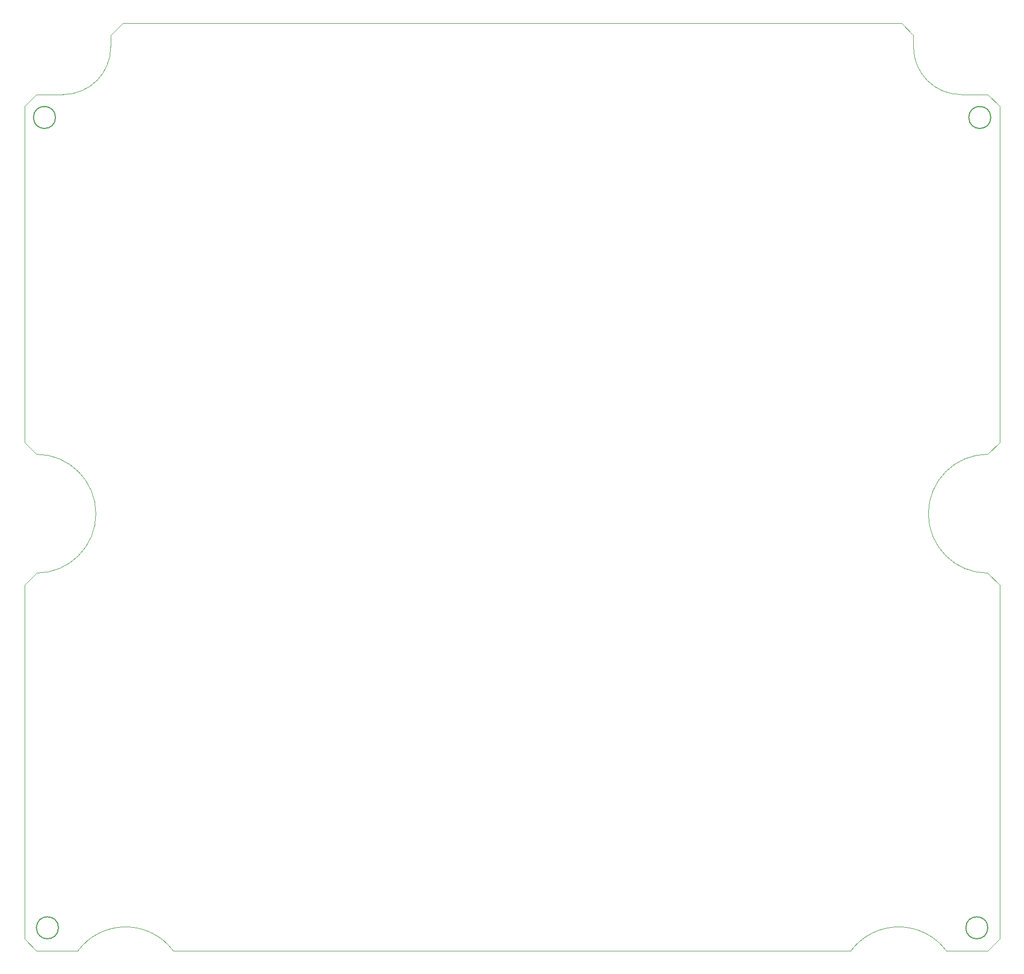
<source format=gko>
G75*
G70*
%OFA0B0*%
%FSLAX25Y25*%
%IPPOS*%
%LPD*%
%AMOC8*
5,1,8,0,0,1.08239X$1,22.5*
%
%ADD10C,0.00787*%
%ADD100C,0.00197*%
X0000000Y0000000D02*
%LPD*%
G01*
D100*
X0645669Y0559055D02*
X0637795Y0566929D01*
X0000000Y0007874D02*
X0000000Y0242126D01*
X0007874Y0328740D02*
G75*
G02*
X0007874Y0250000I0000000J-039370D01*
G01*
X0035433Y0000000D02*
G75*
G02*
X0098425Y0000000I0031496J-023622D01*
G01*
X0580709Y0614173D02*
X0588583Y0606299D01*
X0064961Y0614173D02*
X0057087Y0606299D01*
X0637795Y0000000D02*
X0645669Y0007874D01*
D10*
X0020472Y0551772D02*
G75*
G02*
X0005906Y0551772I-007283J0000000D01*
G01*
X0005906Y0551772D02*
G75*
G02*
X0020472Y0551772I0007283J0000000D01*
G01*
D100*
X0620079Y0566929D02*
X0637795Y0566929D01*
X0000000Y0559055D02*
X0007874Y0566929D01*
X0637795Y0000000D02*
X0610236Y0000000D01*
X0588583Y0598425D02*
X0588583Y0606299D01*
X0645669Y0336614D02*
X0645669Y0559055D01*
X0547244Y0000000D02*
G75*
G02*
X0610236Y0000000I0031496J-023622D01*
G01*
D10*
X0022441Y0015157D02*
G75*
G02*
X0007874Y0015157I-007283J0000000D01*
G01*
X0007874Y0015157D02*
G75*
G02*
X0022441Y0015157I0007283J0000000D01*
G01*
D100*
X0000000Y0336614D02*
X0000000Y0559055D01*
X0637795Y0250000D02*
G75*
G02*
X0637795Y0328740I0000000J0039370D01*
G01*
X0000000Y0242126D02*
X0007874Y0250000D01*
X0007874Y0000000D02*
X0000000Y0007874D01*
X0025591Y0566929D02*
X0007874Y0566929D01*
X0637795Y0328740D02*
X0645669Y0336614D01*
X0057087Y0598425D02*
X0057087Y0606299D01*
X0007874Y0000000D02*
X0035433Y0000000D01*
X0620079Y0566929D02*
G75*
G02*
X0588583Y0598425I0000000J0031496D01*
G01*
X0645669Y0242126D02*
X0637795Y0250000D01*
X0547244Y0000000D02*
X0098425Y0000000D01*
D10*
X0639764Y0551772D02*
G75*
G02*
X0625197Y0551772I-007283J0000000D01*
G01*
X0625197Y0551772D02*
G75*
G02*
X0639764Y0551772I0007283J0000000D01*
G01*
D100*
X0007874Y0328740D02*
X0000000Y0336614D01*
D10*
X0637795Y0015157D02*
G75*
G02*
X0623228Y0015157I-007283J0000000D01*
G01*
X0623228Y0015157D02*
G75*
G02*
X0637795Y0015157I0007283J0000000D01*
G01*
D100*
X0057087Y0598425D02*
G75*
G02*
X0025591Y0566929I-031496J0000000D01*
G01*
X0064961Y0614173D02*
X0580709Y0614173D01*
X0645669Y0007874D02*
X0645669Y0242126D01*
X0451150Y0258470D02*
G01*
G75*
X0241535Y0433760D02*
G01*
G75*
X0401378Y0446850D02*
G01*
G75*
X0104429Y0421949D02*
G01*
G75*
X0103346Y0098031D02*
G01*
G75*
X0228248Y0062402D02*
G01*
G75*
X0390846Y0445768D02*
G01*
G75*
X0226280Y0433661D02*
G01*
G75*
M02*

</source>
